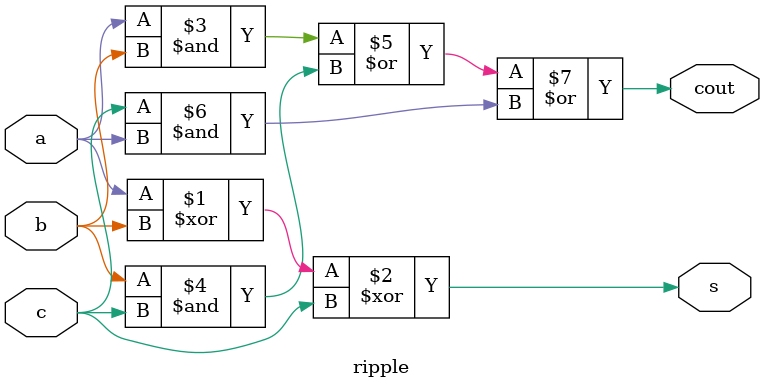
<source format=v>


module ripple(a,b,c,s,cout);

input a,b,c;
output s,cout;


assign s=a^b^c;
 assign cout=(a&b)|(b&c)|(c&a);


endmodule

</source>
